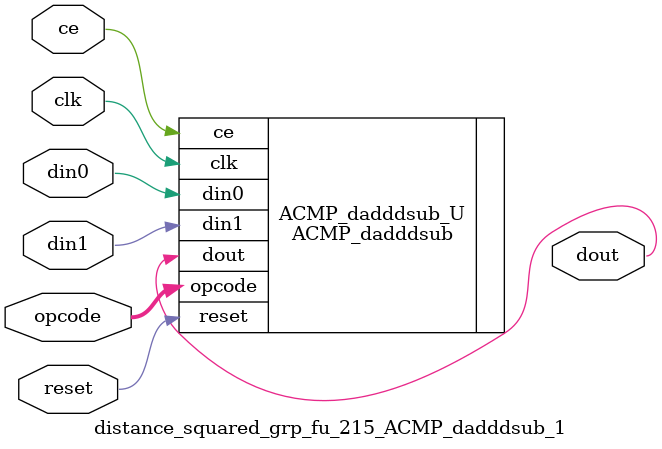
<source format=v>

`timescale 1 ns / 1 ps
module distance_squared_grp_fu_215_ACMP_dadddsub_1(
    clk,
    reset,
    ce,
    din0,
    din1,
    opcode,
    dout);

parameter ID = 32'd1;
parameter NUM_STAGE = 32'd1;
parameter din0_WIDTH = 32'd1;
parameter din1_WIDTH = 32'd1;
parameter dout_WIDTH = 32'd1;
input clk;
input reset;
input ce;
input[din0_WIDTH - 1:0] din0;
input[din1_WIDTH - 1:0] din1;
input[2 - 1:0] opcode;
output[dout_WIDTH - 1:0] dout;



ACMP_dadddsub #(
.ID( ID ),
.NUM_STAGE( 5 ),
.din0_WIDTH( din0_WIDTH ),
.din1_WIDTH( din1_WIDTH ),
.dout_WIDTH( dout_WIDTH ))
ACMP_dadddsub_U(
    .clk( clk ),
    .reset( reset ),
    .ce( ce ),
    .din0( din0 ),
    .din1( din1 ),
    .dout( dout ),
    .opcode( opcode ));

endmodule

</source>
